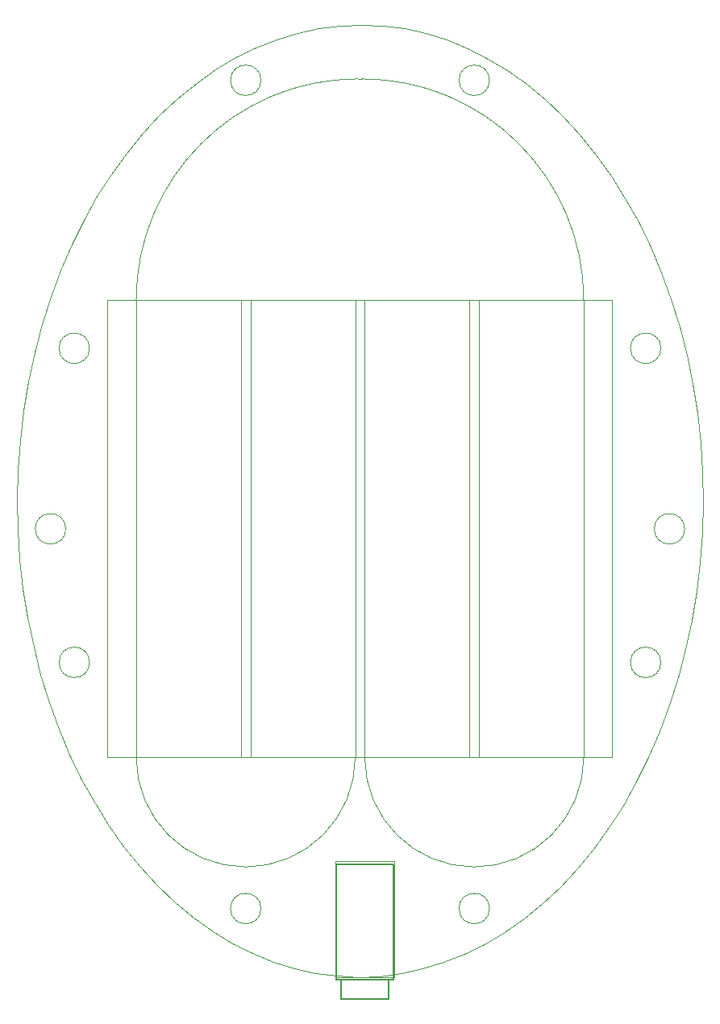
<source format=gm1>
G04*
G04 #@! TF.GenerationSoftware,Altium Limited,Altium Designer,24.2.2 (26)*
G04*
G04 Layer_Color=16711935*
%FSLAX44Y44*%
%MOMM*%
G71*
G04*
G04 #@! TF.SameCoordinates,0F374588-2137-43C4-A123-4C8396255DE2*
G04*
G04*
G04 #@! TF.FilePolarity,Positive*
G04*
G01*
G75*
%ADD19C,0.0127*%
%ADD20C,0.1270*%
D19*
X410947Y889755D02*
G03*
X410947Y889755I-16000J0D01*
G01*
X1010947D02*
G03*
X1010947Y889755I-16000J0D01*
G01*
X1035947Y700112D02*
G03*
X1035947Y700112I-16000J0D01*
G01*
X830947Y1171135D02*
G03*
X830947Y1171135I-16000J0D01*
G01*
X459947Y460097D02*
G03*
X574947Y345097I115000J-0D01*
G01*
D02*
G03*
X689947Y460097I-0J115000D01*
G01*
X590945Y1171135D02*
G03*
X590945Y1171135I-16000J0D01*
G01*
X1010947Y559907D02*
G03*
X1010947Y559907I-16000J0D01*
G01*
X830947Y301428D02*
G03*
X830947Y301428I-16000J0D01*
G01*
X410947Y559907D02*
G03*
X410947Y559907I-16000J0D01*
G01*
X385947Y700112D02*
G03*
X385947Y700112I-16000J0D01*
G01*
X590947Y301428D02*
G03*
X590947Y301428I-16000J0D01*
G01*
X699947Y460097D02*
G03*
X814947Y345097I115000J-0D01*
G01*
D02*
G03*
X929947Y460097I-0J115000D01*
G01*
X692447Y1172597D02*
G03*
X459947Y940097I0J-232500D01*
G01*
X929947D02*
G03*
X697447Y1172597I-232500J0D01*
G01*
X692447Y1172597D02*
X697447D01*
X820000Y460000D02*
Y940000D01*
X669000Y228977D02*
Y350977D01*
Y228977D02*
X731000D01*
Y350977D01*
X669000D02*
X731000D01*
X699947Y460097D02*
X929947D01*
X459947D02*
X689947D01*
X459947Y940097D02*
X929947D01*
X819947Y460097D02*
Y940097D01*
Y460097D02*
X929947D01*
Y940097D01*
X819947D02*
X929947D01*
X699947Y460097D02*
Y940097D01*
Y460097D02*
X809947D01*
Y940097D01*
X699947D02*
X809947D01*
X579947Y460097D02*
Y940097D01*
Y460097D02*
X689947D01*
Y940097D01*
X579947D02*
X689947D01*
X459947Y460097D02*
Y940097D01*
Y460097D02*
X569947D01*
Y940097D01*
X459947D02*
X569947D01*
X429947Y460097D02*
Y940097D01*
Y460097D02*
X959947D01*
Y940097D01*
X429947D02*
X959947D01*
X670650Y230671D02*
X693251Y229605D01*
X648145Y233705D02*
X670650Y230671D01*
X625825Y238697D02*
X648145Y233705D01*
X603778Y245627D02*
X625825Y238697D01*
X582091Y254466D02*
X603778Y245627D01*
X560849Y265180D02*
X582091Y254466D01*
X540137Y277727D02*
X560849Y265180D01*
X520037Y292058D02*
X540137Y277727D01*
X500626Y308115D02*
X520037Y292058D01*
X481983Y325836D02*
X500626Y308115D01*
X464181Y345150D02*
X481983Y325836D01*
X447289Y365982D02*
X464181Y345150D01*
X431375Y388249D02*
X447289Y365982D01*
X416502Y411862D02*
X431375Y388249D01*
X402727Y436730D02*
X416502Y411862D01*
X390106Y462754D02*
X402727Y436730D01*
X378689Y489830D02*
X390106Y462754D01*
X368519Y517853D02*
X378689Y489830D01*
X359638Y546712D02*
X368519Y517853D01*
X352081Y576292D02*
X359638Y546712D01*
X345877Y606478D02*
X352081Y576292D01*
X341051Y637149D02*
X345877Y606478D01*
X337622Y668185D02*
X341051Y637149D01*
X335603Y699464D02*
X337622Y668185D01*
X335002Y730861D02*
X335603Y699464D01*
X335002Y730861D02*
X335822Y762254D01*
X338060Y793518D01*
X341707Y824529D01*
X346747Y855166D01*
X353162Y885307D01*
X360927Y914834D01*
X370009Y943630D01*
X380374Y971581D01*
X391981Y998577D01*
X404784Y1024512D01*
X418732Y1049282D01*
X433770Y1072792D01*
X449840Y1094946D01*
X466877Y1115659D01*
X484814Y1134848D01*
X503581Y1152438D01*
X523103Y1168359D01*
X543303Y1182549D01*
X564103Y1194951D01*
X585418Y1205516D01*
X607167Y1214204D01*
X629262Y1220978D01*
X651616Y1225814D01*
X674141Y1228691D01*
X696749Y1229599D01*
X719350Y1228533D01*
X741855Y1225498D01*
X764175Y1220506D01*
X786222Y1213577D01*
X807909Y1204738D01*
X829151Y1194024D01*
X849863Y1181476D01*
X869963Y1167146D01*
X889374Y1151088D01*
X908017Y1133367D01*
X925819Y1114053D01*
X942711Y1093222D01*
X958625Y1070955D01*
X973498Y1047341D01*
X987273Y1022474D01*
X999894Y996450D01*
X1011311Y969373D01*
X1021481Y941350D01*
X1030361Y912492D01*
X1037919Y882911D01*
X1044123Y852726D01*
X1048949Y822055D01*
X1052378Y791018D01*
X1054397Y759740D01*
X1054998Y728342D01*
X1054178Y696950D02*
X1054998Y728342D01*
X1051940Y665686D02*
X1054178Y696950D01*
X1048293Y634674D02*
X1051940Y665686D01*
X1043253Y604038D02*
X1048293Y634674D01*
X1036838Y573896D02*
X1043253Y604038D01*
X1029073Y544370D02*
X1036838Y573896D01*
X1019991Y515574D02*
X1029073Y544370D01*
X1009626Y487623D02*
X1019991Y515574D01*
X998019Y460627D02*
X1009626Y487623D01*
X985216Y434692D02*
X998019Y460627D01*
X971268Y409921D02*
X985216Y434692D01*
X956229Y386412D02*
X971268Y409921D01*
X940160Y364258D02*
X956229Y386412D01*
X923123Y343545D02*
X940160Y364258D01*
X905186Y324355D02*
X923123Y343545D01*
X886419Y306765D02*
X905186Y324355D01*
X866897Y290844D02*
X886419Y306765D01*
X846697Y276655D02*
X866897Y290844D01*
X825897Y264253D02*
X846697Y276655D01*
X804582Y253687D02*
X825897Y264253D01*
X782833Y245000D02*
X804582Y253687D01*
X760738Y238225D02*
X782833Y245000D01*
X738384Y233390D02*
X760738Y238225D01*
X715859Y230512D02*
X738384Y233390D01*
X693251Y229605D02*
X715859Y230512D01*
D20*
X730230Y226410D02*
Y347410D01*
X670233D02*
X730230D01*
X670233Y226410D02*
Y347410D01*
X675230Y206410D02*
Y226410D01*
X670233D02*
X730230D01*
X725230Y206410D02*
Y226410D01*
X675230Y206410D02*
X725230D01*
M02*

</source>
